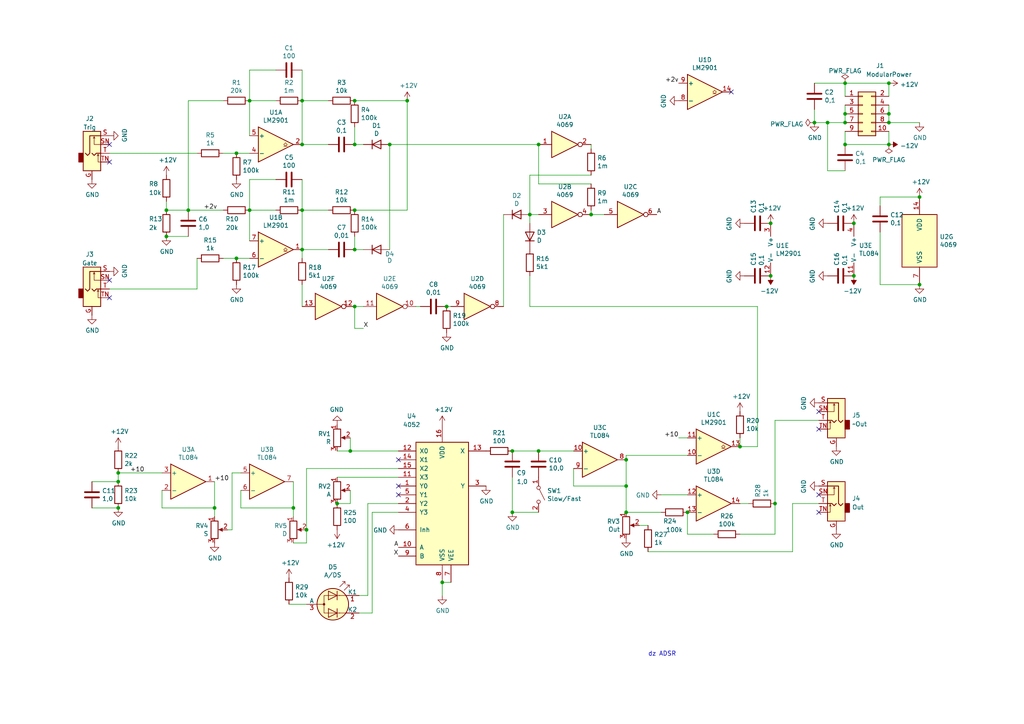
<source format=kicad_sch>
(kicad_sch (version 20211123) (generator eeschema)
  (paper "A4")
  (lib_symbols
    (symbol "4xxx:4052" (pin_names (offset 1.016))
      (property "Reference" "U" (at -7.62 19.05 0))
      (property "Value" "4052" (at -7.62 -19.05 0))
      (symbol "4052_1_0"
        (pin passive line (at -12.7 5.08 0) (length 5.08) (name "Y0") (number "1"))
        (pin input line (at -12.7 -12.7 0) (length 5.08) (name "A") (number "10"))
        (pin passive line (at -12.7 7.62 0) (length 5.08) (name "X3") (number "11"))
        (pin passive line (at -12.7 15.24 0) (length 5.08) (name "X0") (number "12"))
        (pin passive line (at 12.7 15.24 180) (length 5.08) (name "X") (number "13"))
        (pin passive line (at -12.7 12.7 0) (length 5.08) (name "X1") (number "14"))
        (pin passive line (at -12.7 10.16 0) (length 5.08) (name "X2") (number "15"))
        (pin power_in line (at 0 22.86 270) (length 5.08) (name "VDD") (number "16"))
        (pin passive line (at -12.7 0 0) (length 5.08) (name "Y2") (number "2"))
        (pin passive line (at 12.7 5.08 180) (length 5.08) (name "Y") (number "3"))
        (pin passive line (at -12.7 -2.54 0) (length 5.08) (name "Y3") (number "4"))
        (pin passive line (at -12.7 2.54 0) (length 5.08) (name "Y1") (number "5"))
        (pin input line (at -12.7 -7.62 0) (length 5.08) (name "Inh") (number "6"))
        (pin power_in line (at 2.54 -22.86 90) (length 5.08) (name "VEE") (number "7"))
        (pin power_in line (at 0 -22.86 90) (length 5.08) (name "VSS") (number "8"))
        (pin input line (at -12.7 -15.24 0) (length 5.08) (name "B") (number "9"))
      )
    )
    (symbol "4xxx:4069" (pin_names (offset 1.016))
      (property "Reference" "U" (at 0 1.27 0))
      (property "Value" "4069" (at 0 -1.27 0))
      (symbol "4069_1_0"
        (pin input line (at -7.62 0 0) (length 3.81) (name "~") (number "1"))
        (pin output inverted (at 7.62 0 180) (length 3.81) (name "~") (number "2"))
      )
      (symbol "4069_2_0"
        (pin input line (at -7.62 0 0) (length 3.81) (name "~") (number "3"))
        (pin output inverted (at 7.62 0 180) (length 3.81) (name "~") (number "4"))
      )
      (symbol "4069_3_0"
        (pin input line (at -7.62 0 0) (length 3.81) (name "~") (number "5"))
        (pin output inverted (at 7.62 0 180) (length 3.81) (name "~") (number "6"))
      )
      (symbol "4069_4_0"
        (pin output inverted (at 7.62 0 180) (length 3.81) (name "~") (number "8"))
        (pin input line (at -7.62 0 0) (length 3.81) (name "~") (number "9"))
      )
      (symbol "4069_5_0"
        (pin output inverted (at 7.62 0 180) (length 3.81) (name "~") (number "10"))
        (pin input line (at -7.62 0 0) (length 3.81) (name "~") (number "11"))
      )
      (symbol "4069_6_0"
        (pin output inverted (at 7.62 0 180) (length 3.81) (name "~") (number "12"))
        (pin input line (at -7.62 0 0) (length 3.81) (name "~") (number "13"))
      )
      (symbol "4069_7_0"
        (pin power_in line (at 0 12.7 270) (length 5.08) (name "VDD") (number "14"))
        (pin power_in line (at 0 -12.7 90) (length 5.08) (name "VSS") (number "7"))
      )
    )
    (symbol "Amplifier_Operational:TL084" (pin_names (offset 0.127))
      (property "Reference" "U" (at 0 5.08 0))
      (property "Value" "TL084" (at 0 -5.08 0))
      (symbol "TL084_1_1"
        (pin output line (at 7.62 0 180) (length 2.54) (name "~") (number "1"))
        (pin input line (at -7.62 -2.54 0) (length 2.54) (name "-") (number "2"))
        (pin input line (at -7.62 2.54 0) (length 2.54) (name "+") (number "3"))
      )
      (symbol "TL084_2_1"
        (pin input line (at -7.62 2.54 0) (length 2.54) (name "+") (number "5"))
        (pin input line (at -7.62 -2.54 0) (length 2.54) (name "-") (number "6"))
        (pin output line (at 7.62 0 180) (length 2.54) (name "~") (number "7"))
      )
      (symbol "TL084_3_1"
        (pin input line (at -7.62 2.54 0) (length 2.54) (name "+") (number "10"))
        (pin output line (at 7.62 0 180) (length 2.54) (name "~") (number "8"))
        (pin input line (at -7.62 -2.54 0) (length 2.54) (name "-") (number "9"))
      )
      (symbol "TL084_4_1"
        (pin input line (at -7.62 2.54 0) (length 2.54) (name "+") (number "12"))
        (pin input line (at -7.62 -2.54 0) (length 2.54) (name "-") (number "13"))
        (pin output line (at 7.62 0 180) (length 2.54) (name "~") (number "14"))
      )
      (symbol "TL084_5_1"
        (pin power_in line (at -2.54 -7.62 90) (length 3.81) (name "V-") (number "11"))
        (pin power_in line (at -2.54 7.62 270) (length 3.81) (name "V+") (number "4"))
      )
    )
    (symbol "Comparator:LM2901" (pin_names (offset 0.127))
      (property "Reference" "U" (at 0 5.08 0))
      (property "Value" "LM2901" (at 0 -5.08 0))
      (symbol "LM2901_1_1"
        (pin open_collector line (at 7.62 0 180) (length 2.54) (name "~") (number "2"))
        (pin input line (at -7.62 -2.54 0) (length 2.54) (name "-") (number "4"))
        (pin input line (at -7.62 2.54 0) (length 2.54) (name "+") (number "5"))
      )
      (symbol "LM2901_2_1"
        (pin open_collector line (at 7.62 0 180) (length 2.54) (name "~") (number "1"))
        (pin input line (at -7.62 -2.54 0) (length 2.54) (name "-") (number "6"))
        (pin input line (at -7.62 2.54 0) (length 2.54) (name "+") (number "7"))
      )
      (symbol "LM2901_3_1"
        (pin input line (at -7.62 -2.54 0) (length 2.54) (name "-") (number "10"))
        (pin input line (at -7.62 2.54 0) (length 2.54) (name "+") (number "11"))
        (pin open_collector line (at 7.62 0 180) (length 2.54) (name "~") (number "13"))
      )
      (symbol "LM2901_4_1"
        (pin open_collector line (at 7.62 0 180) (length 2.54) (name "~") (number "14"))
        (pin input line (at -7.62 -2.54 0) (length 2.54) (name "-") (number "8"))
        (pin input line (at -7.62 2.54 0) (length 2.54) (name "+") (number "9"))
      )
      (symbol "LM2901_5_1"
        (pin power_in line (at -2.54 -7.62 90) (length 3.81) (name "V-") (number "12"))
        (pin power_in line (at -2.54 7.62 270) (length 3.81) (name "V+") (number "3"))
      )
    )
    (symbol "Connector:AudioJack2_Ground_Switch"
      (property "Reference" "J" (at 0 11.43 0))
      (property "Value" "AudioJack2_Ground_Switch" (at 0 8.89 0))
      (symbol "AudioJack2_Ground_Switch_1_1"
        (pin passive line (at 0 -7.62 90) (length 2.54) (name "~") (number "G"))
        (pin passive line (at 5.08 5.08 180) (length 2.54) (name "~") (number "S"))
        (pin passive line (at 5.08 2.54 180) (length 2.54) (name "~") (number "SN"))
        (pin passive line (at 5.08 0 180) (length 2.54) (name "~") (number "T"))
        (pin passive line (at 5.08 -2.54 180) (length 2.54) (name "~") (number "TN"))
      )
    )
    (symbol "Connector_Generic:Conn_02x05_Odd_Even" (pin_names (offset 1.016) hide)
      (property "Reference" "J" (at 1.27 7.62 0))
      (property "Value" "Conn_02x05_Odd_Even" (at 1.27 -7.62 0))
      (symbol "Conn_02x05_Odd_Even_1_1"
        (pin passive line (at -5.08 5.08 0) (length 3.81) (name "Pin_1") (number "1"))
        (pin passive line (at 7.62 -5.08 180) (length 3.81) (name "Pin_10") (number "10"))
        (pin passive line (at 7.62 5.08 180) (length 3.81) (name "Pin_2") (number "2"))
        (pin passive line (at -5.08 2.54 0) (length 3.81) (name "Pin_3") (number "3"))
        (pin passive line (at 7.62 2.54 180) (length 3.81) (name "Pin_4") (number "4"))
        (pin passive line (at -5.08 0 0) (length 3.81) (name "Pin_5") (number "5"))
        (pin passive line (at 7.62 0 180) (length 3.81) (name "Pin_6") (number "6"))
        (pin passive line (at -5.08 -2.54 0) (length 3.81) (name "Pin_7") (number "7"))
        (pin passive line (at 7.62 -2.54 180) (length 3.81) (name "Pin_8") (number "8"))
        (pin passive line (at -5.08 -5.08 0) (length 3.81) (name "Pin_9") (number "9"))
      )
    )
    (symbol "Device:C" (pin_numbers hide) (pin_names (offset 0.254))
      (property "Reference" "C" (at 0.635 2.54 0))
      (property "Value" "C" (at 0.635 -2.54 0))
      (symbol "C_1_1"
        (pin passive line (at 0 3.81 270) (length 2.794) (name "~") (number "1"))
        (pin passive line (at 0 -3.81 90) (length 2.794) (name "~") (number "2"))
      )
    )
    (symbol "Device:D" (pin_numbers hide) (pin_names (offset 1.016) hide)
      (property "Reference" "D" (at 0 2.54 0))
      (property "Value" "D" (at 0 -2.54 0))
      (symbol "D_1_1"
        (pin passive line (at -3.81 0 0) (length 2.54) (name "K") (number "1"))
        (pin passive line (at 3.81 0 180) (length 2.54) (name "A") (number "2"))
      )
    )
    (symbol "Device:R" (pin_numbers hide) (pin_names (offset 0))
      (property "Reference" "R" (at 2.032 0 90))
      (property "Value" "R" (at 0 0 90))
      (symbol "R_1_1"
        (pin passive line (at 0 3.81 270) (length 1.27) (name "~") (number "1"))
        (pin passive line (at 0 -3.81 90) (length 1.27) (name "~") (number "2"))
      )
    )
    (symbol "Switch:SW_SPST" (pin_names (offset 0) hide)
      (property "Reference" "SW" (at 0 3.175 0))
      (property "Value" "SW_SPST" (at 0 -2.54 0))
      (symbol "SW_SPST_1_1"
        (pin passive line (at -5.08 0 0) (length 2.54) (name "A") (number "1"))
        (pin passive line (at 5.08 0 180) (length 2.54) (name "B") (number "2"))
      )
    )
    (symbol "dz_ADSR_Simple-rescue:LED_Dual_CCA-Device" (pin_names (offset 0))
      (property "Reference" "D" (at 0 5.715 0))
      (property "Value" "LED_Dual_CCA-Device" (at 0 -6.35 0))
      (symbol "LED_Dual_CCA-Device_1_1"
        (pin input line (at 7.62 2.54 180) (length 3.81) (name "K1") (number "1"))
        (pin input line (at 7.62 -2.54 180) (length 3.81) (name "K2") (number "2"))
        (pin input line (at -7.62 0 0) (length 3.048) (name "A") (number "3"))
      )
    )
    (symbol "dz_ADSR_Simple-rescue:R_POT-Device" (pin_names (offset 1.016) hide)
      (property "Reference" "RV" (at -4.445 0 90))
      (property "Value" "R_POT-Device" (at -2.54 0 90))
      (symbol "R_POT-Device_1_1"
        (pin passive line (at 0 3.81 270) (length 1.27) (name "1") (number "1"))
        (pin passive line (at 3.81 0 180) (length 1.27) (name "2") (number "2"))
        (pin passive line (at 0 -3.81 90) (length 1.27) (name "3") (number "3"))
      )
    )
    (symbol "power:+12V" (power) (pin_names (offset 0))
      (property "Value" "+12V" (at 0 3.556 0))
      (symbol "+12V_1_1"
        (pin power_in line (at 0 0 90) (length 0) hide (name "+12V") (number "1"))
      )
    )
    (symbol "power:-12V" (power) (pin_names (offset 0))
      (property "Value" "-12V" (at 0 3.81 0))
      (symbol "-12V_0_0"
        (pin power_in line (at 0 0 90) (length 0) hide (name "-12V") (number "1"))
      )
    )
    (symbol "power:GND" (power) (pin_names (offset 0))
      (property "Value" "GND" (at 0 -3.81 0))
      (symbol "GND_1_1"
        (pin power_in line (at 0 0 270) (length 0) hide (name "GND") (number "1"))
      )
    )
    (symbol "power:PWR_FLAG" (power) (pin_numbers hide) (pin_names (offset 0) hide)
      (property "Value" "PWR_FLAG" (at 0 3.81 0))
      (symbol "PWR_FLAG_0_0"
        (pin power_out line (at 0 0 90) (length 0) (name "pwr") (number "1"))
      )
    )
  )
  (junction (at 128.27 168.91))
  (junction (at 48.26 68.58))
  (junction (at 257.81 41.91))
  (junction (at 245.11 35.56))
  (junction (at 224.79 146.05))
  (junction (at 171.45 62.23))
  (junction (at 245.11 24.13))
  (junction (at 148.59 148.59))
  (junction (at 118.11 29.21))
  (junction (at 62.23 147.32))
  (junction (at 181.61 148.59))
  (junction (at 102.87 41.91))
  (junction (at 87.63 72.39))
  (junction (at 97.79 146.05))
  (junction (at 102.87 60.96))
  (junction (at 88.9 153.67))
  (junction (at 223.52 64.77))
  (junction (at 245.11 41.91))
  (junction (at 34.29 139.7))
  (junction (at 223.52 80.01))
  (junction (at 72.39 29.21))
  (junction (at 257.81 33.02))
  (junction (at 148.59 130.81))
  (junction (at 72.39 60.96))
  (junction (at 68.58 44.45))
  (junction (at 257.81 24.13))
  (junction (at 236.22 35.56))
  (junction (at 266.7 57.15))
  (junction (at 34.29 147.32))
  (junction (at 199.39 148.59))
  (junction (at 240.03 35.56))
  (junction (at 87.63 41.91))
  (junction (at 245.11 33.02))
  (junction (at 266.7 82.55))
  (junction (at 87.63 29.21))
  (junction (at 102.87 88.9))
  (junction (at 156.21 130.81))
  (junction (at 34.29 137.16))
  (junction (at 113.03 41.91))
  (junction (at 156.21 41.91))
  (junction (at 214.63 129.54))
  (junction (at 48.26 60.96))
  (junction (at 247.65 64.77))
  (junction (at 102.87 29.21))
  (junction (at 85.09 147.32))
  (junction (at 101.6 130.81))
  (junction (at 153.67 62.23))
  (junction (at 102.87 72.39))
  (junction (at 54.61 60.96))
  (junction (at 181.61 140.97))
  (junction (at 257.81 35.56))
  (junction (at 68.58 74.93))
  (junction (at 87.63 60.96))
  (junction (at 181.61 133.35))
  (junction (at 129.54 88.9))
  (junction (at 247.65 80.01))
  (no_connect (at 237.49 143.51))
  (no_connect (at 115.57 133.35))
  (no_connect (at 237.49 148.59))
  (no_connect (at 31.75 41.91))
  (no_connect (at 31.75 81.28))
  (no_connect (at 31.75 86.36))
  (no_connect (at 212.09 26.67))
  (no_connect (at 115.57 143.51))
  (no_connect (at 237.49 119.38))
  (no_connect (at 237.49 124.46))
  (no_connect (at 31.75 46.99))
  (no_connect (at 115.57 140.97))
  (wire (pts (xy 199.39 143.51) (xy 191.77 143.51)))
  (wire (pts (xy 187.96 160.02) (xy 229.87 160.02)))
  (wire (pts (xy 85.09 149.86) (xy 85.09 147.32)))
  (wire (pts (xy 102.87 60.96) (xy 118.11 60.96)))
  (wire (pts (xy 101.6 142.24) (xy 101.6 146.05)))
  (wire (pts (xy 80.01 60.96) (xy 72.39 60.96)))
  (wire (pts (xy 191.77 148.59) (xy 181.61 148.59)))
  (wire (pts (xy 26.67 147.32) (xy 34.29 147.32)))
  (wire (pts (xy 80.01 52.07) (xy 72.39 52.07)))
  (wire (pts (xy 257.81 41.91) (xy 257.81 38.1)))
  (wire (pts (xy 87.63 52.07) (xy 87.63 60.96)))
  (wire (pts (xy 80.01 20.32) (xy 72.39 20.32)))
  (wire (pts (xy 72.39 52.07) (xy 72.39 60.96)))
  (wire (pts (xy 118.11 29.21) (xy 102.87 29.21)))
  (wire (pts (xy 72.39 29.21) (xy 80.01 29.21)))
  (wire (pts (xy 214.63 129.54) (xy 219.71 129.54)))
  (wire (pts (xy 171.45 53.34) (xy 156.21 53.34)))
  (wire (pts (xy 54.61 60.96) (xy 64.77 60.96)))
  (wire (pts (xy 214.63 154.94) (xy 224.79 154.94)))
  (wire (pts (xy 67.31 153.67) (xy 66.04 153.67)))
  (wire (pts (xy 67.31 137.16) (xy 67.31 153.67)))
  (wire (pts (xy 229.87 146.05) (xy 237.49 146.05)))
  (wire (pts (xy 245.11 33.02) (xy 245.11 35.56)))
  (wire (pts (xy 245.11 38.1) (xy 245.11 41.91)))
  (wire (pts (xy 175.26 62.23) (xy 171.45 62.23)))
  (wire (pts (xy 72.39 20.32) (xy 72.39 29.21)))
  (wire (pts (xy 166.37 135.89) (xy 166.37 140.97)))
  (wire (pts (xy 34.29 137.16) (xy 34.29 139.7)))
  (wire (pts (xy 68.58 74.93) (xy 72.39 74.93)))
  (wire (pts (xy 26.67 139.7) (xy 34.29 139.7)))
  (wire (pts (xy 57.15 83.82) (xy 57.15 74.93)))
  (wire (pts (xy 187.96 152.4) (xy 185.42 152.4)))
  (wire (pts (xy 257.81 30.48) (xy 257.81 33.02)))
  (wire (pts (xy 62.23 147.32) (xy 62.23 139.7)))
  (wire (pts (xy 146.05 88.9) (xy 146.05 62.23)))
  (wire (pts (xy 105.41 88.9) (xy 102.87 88.9)))
  (wire (pts (xy 87.63 41.91) (xy 95.25 41.91)))
  (wire (pts (xy 106.68 146.05) (xy 115.57 146.05)))
  (wire (pts (xy 153.67 88.9) (xy 153.67 80.01)))
  (wire (pts (xy 121.92 88.9) (xy 120.65 88.9)))
  (wire (pts (xy 115.57 130.81) (xy 101.6 130.81)))
  (wire (pts (xy 166.37 140.97) (xy 181.61 140.97)))
  (wire (pts (xy 46.99 147.32) (xy 62.23 147.32)))
  (wire (pts (xy 199.39 154.94) (xy 207.01 154.94)))
  (wire (pts (xy 95.25 72.39) (xy 87.63 72.39)))
  (wire (pts (xy 156.21 41.91) (xy 113.03 41.91)))
  (wire (pts (xy 102.87 72.39) (xy 102.87 68.58)))
  (wire (pts (xy 88.9 175.26) (xy 83.82 175.26)))
  (wire (pts (xy 229.87 160.02) (xy 229.87 146.05)))
  (wire (pts (xy 105.41 95.25) (xy 102.87 95.25)))
  (wire (pts (xy 72.39 39.37) (xy 72.39 29.21)))
  (wire (pts (xy 240.03 35.56) (xy 236.22 35.56)))
  (wire (pts (xy 245.11 24.13) (xy 257.81 24.13)))
  (wire (pts (xy 257.81 24.13) (xy 257.81 27.94)))
  (wire (pts (xy 54.61 68.58) (xy 48.26 68.58)))
  (wire (pts (xy 255.27 57.15) (xy 255.27 59.69)))
  (wire (pts (xy 148.59 130.81) (xy 156.21 130.81)))
  (wire (pts (xy 87.63 41.91) (xy 87.63 29.21)))
  (wire (pts (xy 85.09 147.32) (xy 85.09 139.7)))
  (wire (pts (xy 266.7 57.15) (xy 255.27 57.15)))
  (wire (pts (xy 255.27 82.55) (xy 255.27 67.31)))
  (wire (pts (xy 69.85 142.24) (xy 69.85 147.32)))
  (wire (pts (xy 115.57 138.43) (xy 97.79 138.43)))
  (wire (pts (xy 105.41 41.91) (xy 102.87 41.91)))
  (wire (pts (xy 156.21 130.81) (xy 166.37 130.81)))
  (wire (pts (xy 48.26 58.42) (xy 48.26 60.96)))
  (wire (pts (xy 54.61 60.96) (xy 54.61 29.21)))
  (wire (pts (xy 266.7 82.55) (xy 255.27 82.55)))
  (wire (pts (xy 219.71 88.9) (xy 153.67 88.9)))
  (wire (pts (xy 171.45 62.23) (xy 171.45 60.96)))
  (wire (pts (xy 69.85 147.32) (xy 85.09 147.32)))
  (wire (pts (xy 245.11 24.13) (xy 245.11 27.94)))
  (wire (pts (xy 101.6 146.05) (xy 97.79 146.05)))
  (wire (pts (xy 107.95 148.59) (xy 107.95 177.8)))
  (wire (pts (xy 171.45 41.91) (xy 171.45 43.18)))
  (wire (pts (xy 245.11 49.53) (xy 240.03 49.53)))
  (wire (pts (xy 199.39 132.08) (xy 181.61 132.08)))
  (wire (pts (xy 107.95 177.8) (xy 104.14 177.8)))
  (wire (pts (xy 245.11 24.13) (xy 236.22 24.13)))
  (wire (pts (xy 156.21 148.59) (xy 148.59 148.59)))
  (wire (pts (xy 181.61 148.59) (xy 181.61 140.97)))
  (wire (pts (xy 153.67 50.8) (xy 171.45 50.8)))
  (wire (pts (xy 102.87 95.25) (xy 102.87 88.9)))
  (wire (pts (xy 105.41 72.39) (xy 102.87 72.39)))
  (wire (pts (xy 115.57 135.89) (xy 88.9 135.89)))
  (wire (pts (xy 156.21 62.23) (xy 153.67 62.23)))
  (wire (pts (xy 31.75 44.45) (xy 57.15 44.45)))
  (wire (pts (xy 48.26 60.96) (xy 54.61 60.96)))
  (wire (pts (xy 87.63 88.9) (xy 87.63 82.55)))
  (wire (pts (xy 128.27 172.72) (xy 128.27 168.91)))
  (wire (pts (xy 153.67 64.77) (xy 153.67 62.23)))
  (wire (pts (xy 245.11 35.56) (xy 240.03 35.56)))
  (wire (pts (xy 257.81 33.02) (xy 257.81 35.56)))
  (wire (pts (xy 240.03 49.53) (xy 240.03 35.56)))
  (wire (pts (xy 104.14 172.72) (xy 106.68 172.72)))
  (wire (pts (xy 87.63 29.21) (xy 87.63 20.32)))
  (wire (pts (xy 224.79 121.92) (xy 224.79 146.05)))
  (wire (pts (xy 106.68 172.72) (xy 106.68 146.05)))
  (wire (pts (xy 224.79 154.94) (xy 224.79 146.05)))
  (wire (pts (xy 69.85 137.16) (xy 67.31 137.16)))
  (wire (pts (xy 245.11 30.48) (xy 245.11 33.02)))
  (wire (pts (xy 118.11 60.96) (xy 118.11 29.21)))
  (wire (pts (xy 115.57 148.59) (xy 107.95 148.59)))
  (wire (pts (xy 72.39 60.96) (xy 72.39 69.85)))
  (wire (pts (xy 148.59 148.59) (xy 148.59 138.43)))
  (wire (pts (xy 219.71 129.54) (xy 219.71 88.9)))
  (wire (pts (xy 88.9 135.89) (xy 88.9 153.67)))
  (wire (pts (xy 85.09 157.48) (xy 88.9 157.48)))
  (wire (pts (xy 64.77 44.45) (xy 68.58 44.45)))
  (wire (pts (xy 54.61 29.21) (xy 64.77 29.21)))
  (wire (pts (xy 245.11 41.91) (xy 257.81 41.91)))
  (wire (pts (xy 130.81 168.91) (xy 128.27 168.91)))
  (wire (pts (xy 101.6 127) (xy 101.6 130.81)))
  (wire (pts (xy 64.77 74.93) (xy 68.58 74.93)))
  (wire (pts (xy 68.58 44.45) (xy 72.39 44.45)))
  (wire (pts (xy 237.49 121.92) (xy 224.79 121.92)))
  (wire (pts (xy 181.61 132.08) (xy 181.61 133.35)))
  (wire (pts (xy 153.67 62.23) (xy 153.67 50.8)))
  (wire (pts (xy 130.81 88.9) (xy 129.54 88.9)))
  (wire (pts (xy 181.61 140.97) (xy 181.61 133.35)))
  (wire (pts (xy 87.63 60.96) (xy 95.25 60.96)))
  (wire (pts (xy 87.63 72.39) (xy 87.63 60.96)))
  (wire (pts (xy 113.03 41.91) (xy 113.03 72.39)))
  (wire (pts (xy 214.63 127) (xy 214.63 129.54)))
  (wire (pts (xy 199.39 127) (xy 196.85 127)))
  (wire (pts (xy 199.39 148.59) (xy 199.39 154.94)))
  (wire (pts (xy 156.21 53.34) (xy 156.21 41.91)))
  (wire (pts (xy 101.6 130.81) (xy 97.79 130.81)))
  (wire (pts (xy 62.23 149.86) (xy 62.23 147.32)))
  (wire (pts (xy 46.99 137.16) (xy 34.29 137.16)))
  (wire (pts (xy 88.9 157.48) (xy 88.9 153.67)))
  (wire (pts (xy 46.99 142.24) (xy 46.99 147.32)))
  (wire (pts (xy 236.22 31.75) (xy 236.22 35.56)))
  (wire (pts (xy 87.63 72.39) (xy 87.63 74.93)))
  (wire (pts (xy 87.63 29.21) (xy 95.25 29.21)))
  (wire (pts (xy 217.17 146.05) (xy 214.63 146.05)))
  (wire (pts (xy 102.87 41.91) (xy 102.87 36.83)))
  (wire (pts (xy 31.75 83.82) (xy 57.15 83.82)))
  (wire (pts (xy 266.7 35.56) (xy 257.81 35.56)))
  (text "dz ADSR" (at 187.96 190.5 0) (effects (font (size 1.27 1.27)) (justify left bottom)))
  (label "X" (at 105.41 95.25 0))
  (label "+2v" (at 196.85 24.13 180))
  (label "A" (at 115.57 158.75 180))
  (label "+2v" (at 59.055 60.96 0))
  (label "+10" (at 41.91 137.16 180))
  (label "+10" (at 196.85 127 180))
  (label "X" (at 115.57 161.29 180))
  (label "A" (at 190.5 62.23 0))
  (label "+10" (at 62.23 139.7 0))
  (symbol (lib_id "Comparator:LM2901") (at 80.01 41.91 0) (unit 1)
    (property "Reference" "U1" (at 80.01 32.5882 0))
    (property "Value" "LM2901" (at 80.01 34.8996 0))
    (property "Footprint" "Package_DIP:DIP-14_W7.62mm_LongPads" (effects hide))
    (property "Datasheet" "http://www.ti.com/lit/ds/symlink/lm339.pdf" (effects hide))
  )
  (symbol (lib_id "Comparator:LM2901") (at 80.01 72.39 0) (unit 2)
    (property "Reference" "U1" (at 80.01 63.0682 0))
    (property "Value" "LM2901" (at 80.01 65.3796 0))
    (property "Footprint" "Package_DIP:DIP-14_W7.62mm_LongPads" (effects hide))
    (property "Datasheet" "http://www.ti.com/lit/ds/symlink/lm339.pdf" (effects hide))
  )
  (symbol (lib_id "Comparator:LM2901") (at 207.01 129.54 0) (unit 3)
    (property "Reference" "U1" (at 207.01 120.2182 0))
    (property "Value" "LM2901" (at 207.01 122.5296 0))
    (property "Footprint" "Package_DIP:DIP-14_W7.62mm_LongPads" (effects hide))
    (property "Datasheet" "http://www.ti.com/lit/ds/symlink/lm339.pdf" (effects hide))
  )
  (symbol (lib_id "Amplifier_Operational:TL084") (at 54.61 139.7 0) (unit 1)
    (property "Reference" "U3" (at 54.61 130.3782 0))
    (property "Value" "TL084" (at 54.61 132.6896 0))
    (property "Footprint" "Package_DIP:DIP-14_W7.62mm_LongPads" (effects hide))
    (property "Datasheet" "http://www.ti.com/lit/ds/symlink/tl081.pdf" (effects hide))
  )
  (symbol (lib_id "Amplifier_Operational:TL084") (at 77.47 139.7 0) (unit 2)
    (property "Reference" "U3" (at 77.47 130.3782 0))
    (property "Value" "TL084" (at 77.47 132.6896 0))
    (property "Footprint" "Package_DIP:DIP-14_W7.62mm_LongPads" (effects hide))
    (property "Datasheet" "http://www.ti.com/lit/ds/symlink/tl081.pdf" (effects hide))
  )
  (symbol (lib_id "Amplifier_Operational:TL084") (at 173.99 133.35 0) (unit 3)
    (property "Reference" "U3" (at 173.99 124.0282 0))
    (property "Value" "TL084" (at 173.99 126.3396 0))
    (property "Footprint" "Package_DIP:DIP-14_W7.62mm_LongPads" (effects hide))
    (property "Datasheet" "http://www.ti.com/lit/ds/symlink/tl081.pdf" (effects hide))
  )
  (symbol (lib_id "Amplifier_Operational:TL084") (at 207.01 146.05 0) (unit 4)
    (property "Reference" "U3" (at 207.01 136.7282 0))
    (property "Value" "TL084" (at 207.01 139.0396 0))
    (property "Footprint" "Package_DIP:DIP-14_W7.62mm_LongPads" (effects hide))
    (property "Datasheet" "http://www.ti.com/lit/ds/symlink/tl081.pdf" (effects hide))
  )
  (symbol (lib_id "Amplifier_Operational:TL084") (at 250.19 72.39 0) (unit 5)
    (property "Reference" "U3" (at 249.1232 71.2216 0) (effects (justify left)))
    (property "Value" "TL084" (at 249.1232 73.533 0) (effects (justify left)))
    (property "Footprint" "Package_DIP:DIP-14_W7.62mm_LongPads" (effects hide))
    (property "Datasheet" "http://www.ti.com/lit/ds/symlink/tl081.pdf" (effects hide))
  )
  (symbol (lib_id "Comparator:LM2901") (at 226.06 72.39 0) (unit 5)
    (property "Reference" "U1" (at 224.9932 71.2216 0) (effects (justify left)))
    (property "Value" "LM2901" (at 224.9932 73.533 0) (effects (justify left)))
    (property "Footprint" "Package_DIP:DIP-14_W7.62mm_LongPads" (effects hide))
    (property "Datasheet" "http://www.ti.com/lit/ds/symlink/lm339.pdf" (effects hide))
  )
  (symbol (lib_id "4xxx:4052") (at 128.27 146.05 0) (unit 1)
    (property "Reference" "U4" (at 119.38 120.65 0))
    (property "Value" "4052" (at 119.38 123.19 0))
    (property "Footprint" "Package_DIP:DIP-16_W7.62mm_LongPads" (effects hide))
    (property "Datasheet" "http://www.intersil.com/content/dam/Intersil/documents/cd40/cd4051bms-52bms-53bms.pdf" (effects hide))
  )
  (symbol (lib_id "4xxx:4069") (at 163.83 41.91 0) (unit 1)
    (property "Reference" "U2" (at 163.83 33.8582 0))
    (property "Value" "4069" (at 163.83 36.1696 0))
    (property "Footprint" "Package_DIP:DIP-14_W7.62mm_LongPads" (effects hide))
    (property "Datasheet" "http://www.intersil.com/content/dam/Intersil/documents/cd40/cd4069ubms.pdf" (effects hide))
  )
  (symbol (lib_id "4xxx:4069") (at 163.83 62.23 0) (unit 2)
    (property "Reference" "U2" (at 163.83 54.1782 0))
    (property "Value" "4069" (at 163.83 56.4896 0))
    (property "Footprint" "Package_DIP:DIP-14_W7.62mm_LongPads" (effects hide))
    (property "Datasheet" "http://www.intersil.com/content/dam/Intersil/documents/cd40/cd4069ubms.pdf" (effects hide))
  )
  (symbol (lib_id "4xxx:4069") (at 138.43 88.9 0) (unit 4)
    (property "Reference" "U2" (at 138.43 80.8482 0))
    (property "Value" "4069" (at 138.43 83.1596 0))
    (property "Footprint" "Package_DIP:DIP-14_W7.62mm_LongPads" (effects hide))
    (property "Datasheet" "http://www.intersil.com/content/dam/Intersil/documents/cd40/cd4069ubms.pdf" (effects hide))
  )
  (symbol (lib_id "4xxx:4069") (at 182.88 62.23 0) (unit 3)
    (property "Reference" "U2" (at 182.88 54.1782 0))
    (property "Value" "4069" (at 182.88 56.4896 0))
    (property "Footprint" "Package_DIP:DIP-14_W7.62mm_LongPads" (effects hide))
    (property "Datasheet" "http://www.intersil.com/content/dam/Intersil/documents/cd40/cd4069ubms.pdf" (effects hide))
  )
  (symbol (lib_id "4xxx:4069") (at 113.03 88.9 0) (unit 5)
    (property "Reference" "U2" (at 113.03 80.8482 0))
    (property "Value" "4069" (at 113.03 83.1596 0))
    (property "Footprint" "Package_DIP:DIP-14_W7.62mm_LongPads" (effects hide))
    (property "Datasheet" "http://www.intersil.com/content/dam/Intersil/documents/cd40/cd4069ubms.pdf" (effects hide))
  )
  (symbol (lib_id "4xxx:4069") (at 95.25 88.9 0) (unit 6)
    (property "Reference" "U2" (at 95.25 80.8482 0))
    (property "Value" "4069" (at 95.25 83.1596 0))
    (property "Footprint" "Package_DIP:DIP-14_W7.62mm_LongPads" (effects hide))
    (property "Datasheet" "http://www.intersil.com/content/dam/Intersil/documents/cd40/cd4069ubms.pdf" (effects hide))
  )
  (symbol (lib_id "4xxx:4069") (at 266.7 69.85 0) (unit 7)
    (property "Reference" "U2" (at 272.542 68.6816 0) (effects (justify left)))
    (property "Value" "4069" (at 272.542 70.993 0) (effects (justify left)))
    (property "Footprint" "Package_DIP:DIP-14_W7.62mm_LongPads" (effects hide))
    (property "Datasheet" "http://www.intersil.com/content/dam/Intersil/documents/cd40/cd4069ubms.pdf" (effects hide))
  )
  (symbol (lib_id "Device:R") (at 171.45 57.15 0) (unit 1)
    (property "Reference" "R9" (at 173.228 55.9816 0) (effects (justify left)))
    (property "Value" "1m" (at 173.228 58.293 0) (effects (justify left)))
    (property "Footprint" "Resistor_SMD:R_0805_2012Metric_Pad1.20x1.40mm_HandSolder" (effects hide))
  )
  (symbol (lib_id "Device:R") (at 171.45 46.99 0) (unit 1)
    (property "Reference" "R6" (at 173.228 45.8216 0) (effects (justify left)))
    (property "Value" "1m" (at 173.228 48.133 0) (effects (justify left)))
    (property "Footprint" "Resistor_SMD:R_0805_2012Metric_Pad1.20x1.40mm_HandSolder" (effects hide))
  )
  (symbol (lib_id "Device:R") (at 87.63 78.74 0) (unit 1)
    (property "Reference" "R18" (at 89.408 77.5716 0) (effects (justify left)))
    (property "Value" "5k1" (at 89.408 79.883 0) (effects (justify left)))
    (property "Footprint" "Resistor_SMD:R_0805_2012Metric_Pad1.20x1.40mm_HandSolder" (effects hide))
  )
  (symbol (lib_id "Device:R") (at 48.26 64.77 0) (unit 1)
    (property "Reference" "R13" (at 43.18 63.5 0) (effects (justify left)))
    (property "Value" "2k" (at 43.18 66.04 0) (effects (justify left)))
    (property "Footprint" "Resistor_SMD:R_0805_2012Metric_Pad1.20x1.40mm_HandSolder" (effects hide))
  )
  (symbol (lib_id "Device:R") (at 48.26 54.61 0) (unit 1)
    (property "Reference" "R8" (at 43.18 53.34 0) (effects (justify left)))
    (property "Value" "10k" (at 43.18 55.88 0) (effects (justify left)))
    (property "Footprint" "Resistor_SMD:R_0805_2012Metric_Pad1.20x1.40mm_HandSolder" (effects hide))
  )
  (symbol (lib_id "Device:R") (at 68.58 29.21 270) (unit 1)
    (property "Reference" "R1" (at 68.58 23.9522 90))
    (property "Value" "20k" (at 68.58 26.2636 90))
    (property "Footprint" "Resistor_SMD:R_0805_2012Metric_Pad1.20x1.40mm_HandSolder" (effects hide))
  )
  (symbol (lib_id "Device:R") (at 68.58 60.96 270) (unit 1)
    (property "Reference" "R10" (at 67.31 63.5 90))
    (property "Value" "20k" (at 67.31 66.04 90))
    (property "Footprint" "Resistor_SMD:R_0805_2012Metric_Pad1.20x1.40mm_HandSolder" (effects hide))
  )
  (symbol (lib_id "Device:R") (at 68.58 48.26 0) (unit 1)
    (property "Reference" "R7" (at 70.358 47.0916 0) (effects (justify left)))
    (property "Value" "100k" (at 70.358 49.403 0) (effects (justify left)))
    (property "Footprint" "Resistor_SMD:R_0805_2012Metric_Pad1.20x1.40mm_HandSolder" (effects hide))
  )
  (symbol (lib_id "Device:R") (at 68.58 78.74 0) (unit 1)
    (property "Reference" "R17" (at 70.358 77.5716 0) (effects (justify left)))
    (property "Value" "100k" (at 70.358 79.883 0) (effects (justify left)))
    (property "Footprint" "Resistor_SMD:R_0805_2012Metric_Pad1.20x1.40mm_HandSolder" (effects hide))
  )
  (symbol (lib_id "Device:R") (at 214.63 123.19 0) (unit 1)
    (property "Reference" "R20" (at 216.408 122.0216 0) (effects (justify left)))
    (property "Value" "10k" (at 216.408 124.333 0) (effects (justify left)))
    (property "Footprint" "Resistor_SMD:R_0805_2012Metric_Pad1.20x1.40mm_HandSolder" (effects hide))
  )
  (symbol (lib_id "Device:R") (at 210.82 154.94 270) (unit 1)
    (property "Reference" "R26" (at 210.82 149.6822 90))
    (property "Value" "100k" (at 210.82 151.9936 90))
    (property "Footprint" "Resistor_SMD:R_0805_2012Metric_Pad1.20x1.40mm_HandSolder" (effects hide))
  )
  (symbol (lib_id "Device:R") (at 195.58 148.59 270) (unit 1)
    (property "Reference" "R24" (at 194.31 151.13 90))
    (property "Value" "100k" (at 195.58 153.67 90))
    (property "Footprint" "Resistor_SMD:R_0805_2012Metric_Pad1.20x1.40mm_HandSolder" (effects hide))
  )
  (symbol (lib_id "Device:R") (at 144.78 130.81 270) (unit 1)
    (property "Reference" "R21" (at 144.78 125.5522 90))
    (property "Value" "100" (at 144.78 127.8636 90))
    (property "Footprint" "Resistor_SMD:R_0805_2012Metric_Pad1.20x1.40mm_HandSolder" (effects hide))
  )
  (symbol (lib_id "Device:R") (at 34.29 143.51 0) (unit 1)
    (property "Reference" "R23" (at 36.068 142.3416 0) (effects (justify left)))
    (property "Value" "10k" (at 36.068 144.653 0) (effects (justify left)))
    (property "Footprint" "Resistor_SMD:R_0805_2012Metric_Pad1.20x1.40mm_HandSolder" (effects hide))
  )
  (symbol (lib_id "Device:R") (at 34.29 133.35 0) (unit 1)
    (property "Reference" "R22" (at 36.068 132.1816 0) (effects (justify left)))
    (property "Value" "2k" (at 36.068 134.493 0) (effects (justify left)))
    (property "Footprint" "Resistor_SMD:R_0805_2012Metric_Pad1.20x1.40mm_HandSolder" (effects hide))
  )
  (symbol (lib_id "Device:R") (at 60.96 44.45 270) (unit 1)
    (property "Reference" "R5" (at 60.96 39.1922 90))
    (property "Value" "1k" (at 60.96 41.5036 90))
    (property "Footprint" "Resistor_SMD:R_0805_2012Metric_Pad1.20x1.40mm_HandSolder" (effects hide))
  )
  (symbol (lib_id "Device:R") (at 60.96 74.93 270) (unit 1)
    (property "Reference" "R15" (at 60.96 69.6722 90))
    (property "Value" "1k" (at 60.96 71.9836 90))
    (property "Footprint" "Resistor_SMD:R_0805_2012Metric_Pad1.20x1.40mm_HandSolder" (effects hide))
  )
  (symbol (lib_id "Device:R") (at 83.82 29.21 270) (unit 1)
    (property "Reference" "R2" (at 83.82 23.9522 90))
    (property "Value" "1m" (at 83.82 26.2636 90))
    (property "Footprint" "Resistor_SMD:R_0805_2012Metric_Pad1.20x1.40mm_HandSolder" (effects hide))
  )
  (symbol (lib_id "Device:R") (at 83.82 60.96 270) (unit 1)
    (property "Reference" "R11" (at 83.82 55.7022 90))
    (property "Value" "1m" (at 83.82 58.0136 90))
    (property "Footprint" "Resistor_SMD:R_0805_2012Metric_Pad1.20x1.40mm_HandSolder" (effects hide))
  )
  (symbol (lib_id "Device:C") (at 83.82 52.07 270) (unit 1)
    (property "Reference" "C5" (at 83.82 45.6692 90))
    (property "Value" "100" (at 83.82 47.9806 90))
    (property "Footprint" "Capacitor_SMD:C_0805_2012Metric_Pad1.18x1.45mm_HandSolder" (effects hide))
  )
  (symbol (lib_id "Device:C") (at 83.82 20.32 270) (unit 1)
    (property "Reference" "C1" (at 83.82 13.9192 90))
    (property "Value" "100" (at 83.82 16.2306 90))
    (property "Footprint" "Capacitor_SMD:C_0805_2012Metric_Pad1.18x1.45mm_HandSolder" (effects hide))
  )
  (symbol (lib_id "Device:C") (at 54.61 64.77 180) (unit 1)
    (property "Reference" "C6" (at 57.531 63.6016 0) (effects (justify right)))
    (property "Value" "1,0" (at 57.531 65.913 0) (effects (justify right)))
    (property "Footprint" "Capacitor_SMD:C_0805_2012Metric_Pad1.18x1.45mm_HandSolder" (effects hide))
  )
  (symbol (lib_id "Device:R") (at 99.06 29.21 270) (unit 1)
    (property "Reference" "R3" (at 99.06 23.9522 90))
    (property "Value" "10k" (at 99.06 26.2636 90))
    (property "Footprint" "Resistor_SMD:R_0805_2012Metric_Pad1.20x1.40mm_HandSolder" (effects hide))
  )
  (symbol (lib_id "Device:R") (at 99.06 60.96 270) (unit 1)
    (property "Reference" "R12" (at 99.06 55.7022 90))
    (property "Value" "10k" (at 99.06 58.0136 90))
    (property "Footprint" "Resistor_SMD:R_0805_2012Metric_Pad1.20x1.40mm_HandSolder" (effects hide))
  )
  (symbol (lib_id "Device:R") (at 102.87 33.02 0) (unit 1)
    (property "Reference" "R4" (at 104.648 31.8516 0) (effects (justify left)))
    (property "Value" "100k" (at 104.648 34.163 0) (effects (justify left)))
    (property "Footprint" "Resistor_SMD:R_0805_2012Metric_Pad1.20x1.40mm_HandSolder" (effects hide))
  )
  (symbol (lib_id "Device:R") (at 102.87 64.77 0) (unit 1)
    (property "Reference" "R14" (at 104.648 63.6016 0) (effects (justify left)))
    (property "Value" "100k" (at 104.648 65.913 0) (effects (justify left)))
    (property "Footprint" "Resistor_SMD:R_0805_2012Metric_Pad1.20x1.40mm_HandSolder" (effects hide))
  )
  (symbol (lib_id "Device:C") (at 99.06 41.91 270) (unit 1)
    (property "Reference" "C3" (at 99.06 35.5092 90))
    (property "Value" "0,1" (at 99.06 37.8206 90))
    (property "Footprint" "Capacitor_SMD:C_0805_2012Metric_Pad1.18x1.45mm_HandSolder" (effects hide))
  )
  (symbol (lib_id "Device:C") (at 99.06 72.39 270) (unit 1)
    (property "Reference" "C7" (at 99.06 65.9892 90))
    (property "Value" "0,01" (at 99.06 68.3006 90))
    (property "Footprint" "Capacitor_SMD:C_0805_2012Metric_Pad1.18x1.45mm_HandSolder" (effects hide))
  )
  (symbol (lib_id "Device:D") (at 109.22 41.91 0) (unit 1)
    (property "Reference" "D1" (at 109.22 36.4236 0))
    (property "Value" "D" (at 109.22 38.735 0))
    (property "Footprint" "Diode_SMD:D_MiniMELF_Handsoldering" (effects hide))
  )
  (symbol (lib_id "Device:D") (at 109.22 72.39 0) (unit 1)
    (property "Reference" "D4" (at 113.03 73.66 0))
    (property "Value" "D" (at 113.03 75.565 0))
    (property "Footprint" "Diode_SMD:D_MiniMELF_Handsoldering" (effects hide))
  )
  (symbol (lib_id "Device:C") (at 125.73 88.9 270) (unit 1)
    (property "Reference" "C8" (at 125.73 82.4992 90))
    (property "Value" "0,01" (at 125.73 84.8106 90))
    (property "Footprint" "Capacitor_SMD:C_0805_2012Metric_Pad1.18x1.45mm_HandSolder" (effects hide))
  )
  (symbol (lib_id "Device:R") (at 129.54 92.71 0) (unit 1)
    (property "Reference" "R19" (at 131.318 91.5416 0) (effects (justify left)))
    (property "Value" "100k" (at 131.318 93.853 0) (effects (justify left)))
    (property "Footprint" "Resistor_SMD:R_0805_2012Metric_Pad1.20x1.40mm_HandSolder" (effects hide))
  )
  (symbol (lib_id "Device:D") (at 149.86 62.23 0) (unit 1)
    (property "Reference" "D2" (at 149.86 56.7436 0))
    (property "Value" "D" (at 149.86 59.055 0))
    (property "Footprint" "Diode_SMD:D_MiniMELF_Handsoldering" (effects hide))
  )
  (symbol (lib_id "Device:D") (at 153.67 68.58 90) (unit 1)
    (property "Reference" "D3" (at 155.6766 67.4116 90) (effects (justify right)))
    (property "Value" "D" (at 155.6766 69.723 90) (effects (justify right)))
    (property "Footprint" "Diode_SMD:D_MiniMELF_Handsoldering" (effects hide))
  )
  (symbol (lib_id "Device:C") (at 26.67 143.51 0) (unit 1)
    (property "Reference" "C11" (at 29.591 142.3416 0) (effects (justify left)))
    (property "Value" "1,0" (at 29.591 144.653 0) (effects (justify left)))
    (property "Footprint" "Capacitor_SMD:C_0805_2012Metric_Pad1.18x1.45mm_HandSolder" (effects hide))
  )
  (symbol (lib_id "Device:C") (at 148.59 134.62 0) (unit 1)
    (property "Reference" "C9" (at 149.86 137.16 0) (effects (justify left)))
    (property "Value" "1,0" (at 149.86 139.7 0) (effects (justify left)))
    (property "Footprint" "Capacitor_SMD:C_0805_2012Metric_Pad1.18x1.45mm_HandSolder" (effects hide))
  )
  (symbol (lib_id "Device:C") (at 156.21 134.62 0) (unit 1)
    (property "Reference" "C10" (at 159.131 133.4516 0) (effects (justify left)))
    (property "Value" "10,0" (at 159.131 135.763 0) (effects (justify left)))
    (property "Footprint" "Capacitor_SMD:C_0805_2012Metric_Pad1.18x1.45mm_HandSolder" (effects hide))
  )
  (symbol (lib_id "Device:R") (at 220.98 146.05 90) (unit 1)
    (property "Reference" "R28" (at 219.8116 144.272 0) (effects (justify left)))
    (property "Value" "1k" (at 222.123 144.272 0) (effects (justify left)))
    (property "Footprint" "Resistor_SMD:R_0805_2012Metric_Pad1.20x1.40mm_HandSolder" (effects hide))
  )
  (symbol (lib_id "Device:R") (at 187.96 156.21 0) (unit 1)
    (property "Reference" "R27" (at 189.738 155.0416 0) (effects (justify left)))
    (property "Value" "1k" (at 189.738 157.353 0) (effects (justify left)))
    (property "Footprint" "Resistor_SMD:R_0805_2012Metric_Pad1.20x1.40mm_HandSolder" (effects hide))
  )
  (symbol (lib_id "dz_ADSR_Simple-rescue:R_POT-Device") (at 181.61 152.4 0) (unit 1)
    (property "Reference" "RV3" (at 179.832 151.2316 0) (effects (justify right)))
    (property "Value" "Out" (at 179.832 153.543 0) (effects (justify right)))
    (property "Footprint" "Potentiometer_THT:Potentiometer_Bourns_3266W_Vertical" (effects hide))
  )
  (symbol (lib_id "Switch:SW_SPST") (at 156.21 143.51 270) (unit 1)
    (property "Reference" "SW1" (at 158.6992 142.3416 90) (effects (justify left)))
    (property "Value" "Slow/Fast" (at 158.6992 144.653 90) (effects (justify left)))
    (property "Footprint" "Connector_PinHeader_2.54mm:PinHeader_1x02_P2.54mm_Vertical" (effects hide))
  )
  (symbol (lib_id "dz_ADSR_Simple-rescue:R_POT-Device") (at 62.23 153.67 0) (unit 1)
    (property "Reference" "RV4" (at 60.452 152.5016 0) (effects (justify right)))
    (property "Value" "S" (at 60.452 154.813 0) (effects (justify right)))
    (property "Footprint" "Potentiometer_THT:Potentiometer_Bourns_3266W_Vertical" (effects hide))
  )
  (symbol (lib_id "dz_ADSR_Simple-rescue:R_POT-Device") (at 85.09 153.67 0) (unit 1)
    (property "Reference" "RV5" (at 83.312 152.5016 0) (effects (justify right)))
    (property "Value" "D" (at 83.312 154.813 0) (effects (justify right)))
    (property "Footprint" "Potentiometer_THT:Potentiometer_Bourns_3266W_Vertical" (effects hide))
  )
  (symbol (lib_id "dz_ADSR_Simple-rescue:R_POT-Device") (at 97.79 142.24 0) (unit 1)
    (property "Reference" "RV2" (at 96.012 141.0716 0) (effects (justify right)))
    (property "Value" "A" (at 96.012 143.383 0) (effects (justify right)))
    (property "Footprint" "Potentiometer_THT:Potentiometer_Bourns_3266W_Vertical" (effects hide))
  )
  (symbol (lib_id "dz_ADSR_Simple-rescue:R_POT-Device") (at 97.79 127 0) (unit 1)
    (property "Reference" "RV1" (at 96.012 125.8316 0) (effects (justify right)))
    (property "Value" "R" (at 96.012 128.143 0) (effects (justify right)))
    (property "Footprint" "Potentiometer_THT:Potentiometer_Bourns_3266W_Vertical" (effects hide))
  )
  (symbol (lib_id "power:GND") (at 34.29 147.32 0) (unit 1)
    (property "Reference" "#PWR016" (effects hide))
    (property "Value" "GND" (at 34.417 151.7142 0))
  )
  (symbol (lib_id "power:GND") (at 115.57 153.67 270) (unit 1)
    (property "Reference" "#PWR019" (effects hide))
    (property "Value" "GND" (at 112.3188 153.797 90) (effects (justify right)))
  )
  (symbol (lib_id "power:GND") (at 128.27 172.72 0) (unit 1)
    (property "Reference" "#PWR026" (effects hide))
    (property "Value" "GND" (at 128.397 177.1142 0))
  )
  (symbol (lib_id "power:GND") (at 148.59 148.59 0) (unit 1)
    (property "Reference" "#PWR017" (effects hide))
    (property "Value" "GND" (at 148.717 152.9842 0))
  )
  (symbol (lib_id "power:GND") (at 181.61 156.21 0) (unit 1)
    (property "Reference" "#PWR020" (effects hide))
    (property "Value" "GND" (at 181.737 160.6042 0))
  )
  (symbol (lib_id "power:GND") (at 266.7 82.55 0) (unit 1)
    (property "Reference" "#PWR029" (effects hide))
    (property "Value" "GND" (at 266.827 86.9442 0))
  )
  (symbol (lib_id "power:GND") (at 62.23 157.48 0) (unit 1)
    (property "Reference" "#PWR021" (effects hide))
    (property "Value" "GND" (at 62.357 161.8742 0))
  )
  (symbol (lib_id "power:GND") (at 48.26 68.58 0) (unit 1)
    (property "Reference" "#PWR08" (effects hide))
    (property "Value" "GND" (at 48.387 72.9742 0))
  )
  (symbol (lib_id "power:GND") (at 68.58 82.55 0) (unit 1)
    (property "Reference" "#PWR09" (effects hide))
    (property "Value" "GND" (at 68.707 86.9442 0))
  )
  (symbol (lib_id "power:GND") (at 68.58 52.07 0) (unit 1)
    (property "Reference" "#PWR07" (effects hide))
    (property "Value" "GND" (at 68.707 56.4642 0))
  )
  (symbol (lib_id "power:GND") (at 129.54 96.52 0) (unit 1)
    (property "Reference" "#PWR010" (effects hide))
    (property "Value" "GND" (at 129.667 100.9142 0))
  )
  (symbol (lib_id "power:GND") (at 140.97 140.97 0) (unit 1)
    (property "Reference" "#PWR014" (effects hide))
    (property "Value" "GND" (at 141.097 145.3642 0))
  )
  (symbol (lib_id "Device:R") (at 97.79 149.86 0) (unit 1)
    (property "Reference" "R25" (at 99.568 148.6916 0) (effects (justify left)))
    (property "Value" "100" (at 99.568 151.003 0) (effects (justify left)))
    (property "Footprint" "Resistor_SMD:R_0805_2012Metric_Pad1.20x1.40mm_HandSolder" (effects hide))
  )
  (symbol (lib_id "power:GND") (at 97.79 123.19 180) (unit 1)
    (property "Reference" "#PWR012" (effects hide))
    (property "Value" "GND" (at 97.663 118.7958 0))
  )
  (symbol (lib_id "Device:R") (at 153.67 76.2 0) (unit 1)
    (property "Reference" "R16" (at 155.448 75.0316 0) (effects (justify left)))
    (property "Value" "5k1" (at 155.448 77.343 0) (effects (justify left)))
    (property "Footprint" "Resistor_SMD:R_0805_2012Metric_Pad1.20x1.40mm_HandSolder" (effects hide))
  )
  (symbol (lib_id "power:+12V") (at 223.52 64.77 0) (unit 1)
    (property "Reference" "#PWR024" (effects hide))
    (property "Value" "+12V" (at 223.901 60.3758 0))
  )
  (symbol (lib_id "power:+12V") (at 247.65 64.77 0) (unit 1)
    (property "Reference" "#PWR025" (effects hide))
    (property "Value" "+12V" (at 248.031 60.3758 0))
  )
  (symbol (lib_id "power:+12V") (at 266.7 57.15 0) (unit 1)
    (property "Reference" "#PWR022" (effects hide))
    (property "Value" "+12V" (at 267.081 52.7558 0))
  )
  (symbol (lib_id "power:+12V") (at 34.29 129.54 0) (unit 1)
    (property "Reference" "#PWR013" (effects hide))
    (property "Value" "+12V" (at 34.671 125.1458 0))
  )
  (symbol (lib_id "power:+12V") (at 118.11 29.21 0) (unit 1)
    (property "Reference" "#PWR02" (effects hide))
    (property "Value" "+12V" (at 118.491 24.8158 0))
  )
  (symbol (lib_id "power:+12V") (at 48.26 50.8 0) (unit 1)
    (property "Reference" "#PWR06" (effects hide))
    (property "Value" "+12V" (at 48.641 46.4058 0))
  )
  (symbol (lib_id "power:+12V") (at 214.63 119.38 0) (unit 1)
    (property "Reference" "#PWR011" (effects hide))
    (property "Value" "+12V" (at 215.011 114.9858 0))
  )
  (symbol (lib_id "power:-12V") (at 223.52 80.01 180) (unit 1)
    (property "Reference" "#PWR027" (effects hide))
    (property "Value" "-12V" (at 223.139 84.4042 0))
  )
  (symbol (lib_id "power:-12V") (at 247.65 80.01 180) (unit 1)
    (property "Reference" "#PWR028" (effects hide))
    (property "Value" "-12V" (at 247.269 84.4042 0))
  )
  (symbol (lib_id "power:+12V") (at 97.79 153.67 180) (unit 1)
    (property "Reference" "#PWR018" (effects hide))
    (property "Value" "+12V" (at 97.409 158.0642 0))
  )
  (symbol (lib_id "power:GND") (at 191.77 143.51 270) (unit 1)
    (property "Reference" "#PWR015" (effects hide))
    (property "Value" "GND" (at 188.5188 143.637 90) (effects (justify right)))
  )
  (symbol (lib_id "dz_ADSR_Simple-rescue:LED_Dual_CCA-Device") (at 96.52 175.26 0) (unit 1)
    (property "Reference" "D5" (at 96.52 164.465 0))
    (property "Value" "A/DS" (at 96.52 166.7764 0))
    (property "Footprint" "LED_THT:LED_D3.0mm-3" (effects hide))
  )
  (symbol (lib_id "Device:R") (at 83.82 171.45 0) (unit 1)
    (property "Reference" "R29" (at 85.598 170.2816 0) (effects (justify left)))
    (property "Value" "10k" (at 85.598 172.593 0) (effects (justify left)))
    (property "Footprint" "Resistor_SMD:R_0805_2012Metric_Pad1.20x1.40mm_HandSolder" (effects hide))
  )
  (symbol (lib_id "power:+12V") (at 83.82 167.64 0) (unit 1)
    (property "Reference" "#PWR023" (effects hide))
    (property "Value" "+12V" (at 84.201 163.2458 0))
  )
  (symbol (lib_id "power:GND") (at 236.22 35.56 0) (unit 1)
    (property "Reference" "#PWR03" (effects hide))
    (property "Value" "GND" (at 236.347 39.9542 0))
  )
  (symbol (lib_id "power:GND") (at 266.7 35.56 0) (unit 1)
    (property "Reference" "#PWR04" (effects hide))
    (property "Value" "GND" (at 266.827 39.9542 0))
  )
  (symbol (lib_id "power:+12V") (at 257.81 24.13 270) (unit 1)
    (property "Reference" "#PWR01" (effects hide))
    (property "Value" "+12V" (at 261.0612 24.511 90) (effects (justify left)))
  )
  (symbol (lib_id "power:-12V") (at 257.81 41.91 270) (unit 1)
    (property "Reference" "#PWR05" (effects hide))
    (property "Value" "-12V" (at 261.0612 42.291 90) (effects (justify left)))
  )
  (symbol (lib_id "Device:C") (at 245.11 45.72 0) (unit 1)
    (property "Reference" "C4" (at 248.031 44.5516 0) (effects (justify left)))
    (property "Value" "0,1" (at 248.031 46.863 0) (effects (justify left)))
    (property "Footprint" "Capacitor_SMD:C_0805_2012Metric_Pad1.18x1.45mm_HandSolder" (effects hide))
  )
  (symbol (lib_id "Device:C") (at 236.22 27.94 0) (unit 1)
    (property "Reference" "C2" (at 239.141 26.7716 0) (effects (justify left)))
    (property "Value" "0,1" (at 239.141 29.083 0) (effects (justify left)))
    (property "Footprint" "Capacitor_SMD:C_0805_2012Metric_Pad1.18x1.45mm_HandSolder" (effects hide))
  )
  (symbol (lib_id "Device:C") (at 255.27 63.5 0) (unit 1)
    (property "Reference" "C12" (at 258.191 62.3316 0) (effects (justify left)))
    (property "Value" "0,1" (at 258.191 64.643 0) (effects (justify left)))
    (property "Footprint" "Capacitor_SMD:C_0805_2012Metric_Pad1.18x1.45mm_HandSolder" (effects hide))
  )
  (symbol (lib_id "power:+12V") (at 128.27 123.19 0) (unit 1)
    (property "Reference" "#PWR0101" (effects hide))
    (property "Value" "+12V" (at 128.651 118.7958 0))
  )
  (symbol (lib_id "power:GND") (at 240.03 64.77 270) (unit 1)
    (property "Reference" "#PWR034" (effects hide))
    (property "Value" "GND" (at 235.6358 64.897 0))
  )
  (symbol (lib_id "Connector:AudioJack2_Ground_Switch") (at 26.67 44.45 0) (unit 1)
    (property "Reference" "J2" (at 26.035 34.4002 0))
    (property "Value" "Trig" (at 26.035 36.9371 0))
    (property "Footprint" "Connector_Audio:Jack_3.5mm_CUI_SJ1-3525N_Horizontal" (effects hide))
  )
  (symbol (lib_id "power:GND") (at 196.85 29.21 270) (unit 1)
    (property "Reference" "#PWR037" (effects hide))
    (property "Value" "GND" (at 192.4558 29.337 0))
  )
  (symbol (lib_id "power:GND") (at 26.67 52.07 0) (unit 1)
    (property "Reference" "#PWR030" (effects hide))
    (property "Value" "GND" (at 26.797 56.4642 0))
  )
  (symbol (lib_id "Connector:AudioJack2_Ground_Switch") (at 242.57 121.92 0) (mirror y) (unit 1)
    (property "Reference" "J5" (at 247.142 120.4503 0) (effects (justify right)))
    (property "Value" "~Out" (at 247.142 122.9872 0) (effects (justify right)))
    (property "Footprint" "Connector_Audio:Jack_3.5mm_CUI_SJ1-3525N_Horizontal" (effects hide))
  )
  (symbol (lib_id "power:PWR_FLAG") (at 245.11 24.13 0) (unit 1)
    (property "Reference" "#FLG01" (effects hide))
    (property "Value" "PWR_FLAG" (at 245.11 20.5542 0))
  )
  (symbol (lib_id "Comparator:LM2901") (at 204.47 26.67 0) (unit 4)
    (property "Reference" "U1" (at 204.47 17.3482 0))
    (property "Value" "LM2901" (at 204.47 19.6596 0))
    (property "Footprint" "Package_DIP:DIP-14_W7.62mm_LongPads" (effects hide))
    (property "Datasheet" "http://www.ti.com/lit/ds/symlink/lm339.pdf" (effects hide))
  )
  (symbol (lib_id "power:GND") (at 237.49 140.97 270) (unit 1)
    (property "Reference" "#PWR041" (effects hide))
    (property "Value" "GND" (at 233.0958 141.097 0))
  )
  (symbol (lib_id "Device:C") (at 219.71 80.01 90) (unit 1)
    (property "Reference" "C15" (at 218.5416 77.089 0) (effects (justify left)))
    (property "Value" "0,1" (at 220.853 77.089 0) (effects (justify left)))
    (property "Footprint" "Capacitor_SMD:C_0805_2012Metric_Pad1.18x1.45mm_HandSolder" (effects hide))
  )
  (symbol (lib_id "power:PWR_FLAG") (at 236.22 35.56 90) (unit 1)
    (property "Reference" "#FLG02" (effects hide))
    (property "Value" "PWR_FLAG" (at 233.0451 35.9938 90) (effects (justify left)))
  )
  (symbol (lib_id "power:GND") (at 242.57 153.67 0) (unit 1)
    (property "Reference" "#PWR0102" (effects hide))
    (property "Value" "GND" (at 242.697 158.0642 0))
  )
  (symbol (lib_id "Device:C") (at 243.84 64.77 90) (unit 1)
    (property "Reference" "C14" (at 242.6716 61.849 0) (effects (justify left)))
    (property "Value" "0,1" (at 244.983 61.849 0) (effects (justify left)))
    (property "Footprint" "Capacitor_SMD:C_0805_2012Metric_Pad1.18x1.45mm_HandSolder" (effects hide))
  )
  (symbol (lib_id "power:GND") (at 26.67 91.44 0) (unit 1)
    (property "Reference" "#PWR031" (effects hide))
    (property "Value" "GND" (at 26.797 95.8342 0))
  )
  (symbol (lib_id "Connector_Generic:Conn_02x05_Odd_Even") (at 250.19 33.02 0) (unit 1)
    (property "Reference" "J1" (at 255.27 19.05 0))
    (property "Value" "ModularPower" (at 257.81 21.59 0))
    (property "Footprint" "Connector_PinHeader_2.54mm:PinHeader_2x05_P2.54mm_Vertical" (effects hide))
  )
  (symbol (lib_id "power:GND") (at 240.03 80.01 270) (unit 1)
    (property "Reference" "#PWR036" (effects hide))
    (property "Value" "GND" (at 235.6358 80.137 0))
  )
  (symbol (lib_id "power:PWR_FLAG") (at 257.81 41.91 180) (unit 1)
    (property "Reference" "#FLG03" (effects hide))
    (property "Value" "PWR_FLAG" (at 257.81 46.3534 0))
  )
  (symbol (lib_id "power:GND") (at 31.75 78.74 90) (unit 1)
    (property "Reference" "#PWR039" (effects hide))
    (property "Value" "GND" (at 36.1442 78.613 0))
  )
  (symbol (lib_id "Device:C") (at 219.71 64.77 90) (unit 1)
    (property "Reference" "C13" (at 218.5416 61.849 0) (effects (justify left)))
    (property "Value" "0,1" (at 220.853 61.849 0) (effects (justify left)))
    (property "Footprint" "Capacitor_SMD:C_0805_2012Metric_Pad1.18x1.45mm_HandSolder" (effects hide))
  )
  (symbol (lib_id "power:GND") (at 215.9 64.77 270) (unit 1)
    (property "Reference" "#PWR033" (effects hide))
    (property "Value" "GND" (at 211.5058 64.897 0))
  )
  (symbol (lib_id "power:GND") (at 237.49 116.84 270) (unit 1)
    (property "Reference" "#PWR040" (effects hide))
    (property "Value" "GND" (at 233.0958 116.967 0))
  )
  (symbol (lib_id "power:GND") (at 215.9 80.01 270) (unit 1)
    (property "Reference" "#PWR035" (effects hide))
    (property "Value" "GND" (at 211.5058 80.137 0))
  )
  (symbol (lib_id "Connector:AudioJack2_Ground_Switch") (at 242.57 146.05 0) (mirror y) (unit 1)
    (property "Reference" "J4" (at 247.142 144.5803 0) (effects (justify right)))
    (property "Value" "Out" (at 247.142 147.1172 0) (effects (justify right)))
    (property "Footprint" "Connector_Audio:Jack_3.5mm_CUI_SJ1-3525N_Horizontal" (effects hide))
  )
  (symbol (lib_id "Connector:AudioJack2_Ground_Switch") (at 26.67 83.82 0) (unit 1)
    (property "Reference" "J3" (at 26.035 73.7702 0))
    (property "Value" "Gate" (at 26.035 76.3071 0))
    (property "Footprint" "Connector_Audio:Jack_3.5mm_CUI_SJ1-3525N_Horizontal" (effects hide))
  )
  (symbol (lib_id "power:GND") (at 31.75 39.37 90) (unit 1)
    (property "Reference" "#PWR038" (effects hide))
    (property "Value" "GND" (at 36.1442 39.243 0))
  )
  (symbol (lib_id "Device:C") (at 243.84 80.01 90) (unit 1)
    (property "Reference" "C16" (at 242.6716 77.089 0) (effects (justify left)))
    (property "Value" "0,1" (at 244.983 77.089 0) (effects (justify left)))
    (property "Footprint" "Capacitor_SMD:C_0805_2012Metric_Pad1.18x1.45mm_HandSolder" (effects hide))
  )
  (symbol (lib_id "power:GND") (at 242.57 129.54 0) (unit 1)
    (property "Reference" "#PWR032" (effects hide))
    (property "Value" "GND" (at 242.697 133.9342 0))
  )
)
</source>
